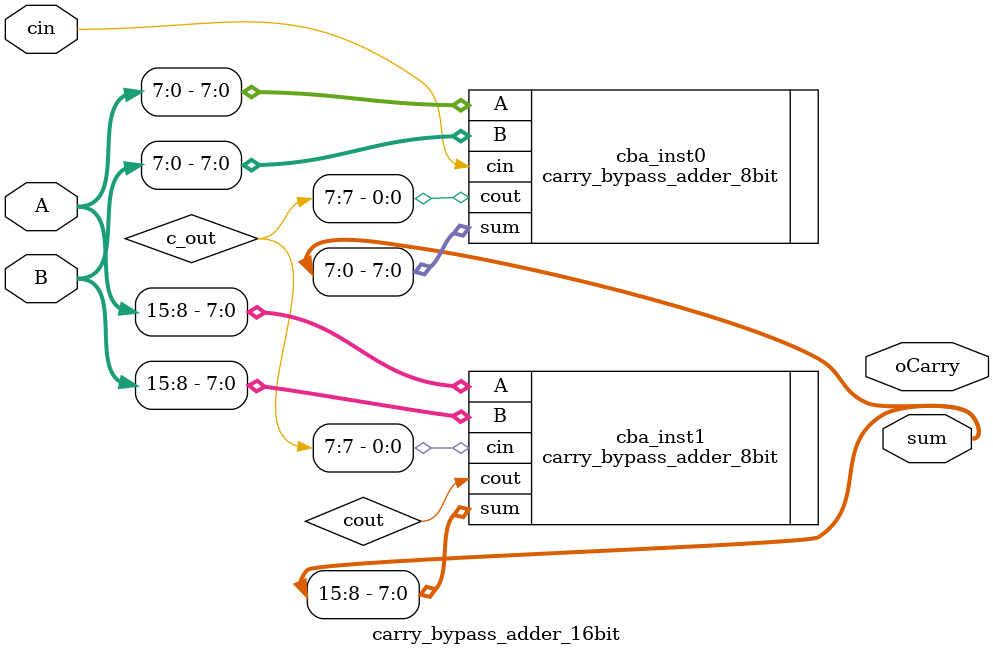
<source format=v>
`timescale 1ns / 1ps


module carry_bypass_adder_16bit(
    input [15:0] A,
    input [15:0] B,
    input cin,
    output [15:0] sum,
    output oCarry
);

wire [15:0] c_out;
wire [15:0] s_wire;

// Instantiate two 8-bit carry bypass adders
carry_bypass_adder_8bit cba_inst0 (
    .A(A[7:0]),
    .B(B[7:0]),
    .cin(cin),
    .sum(sum[7:0]),
    .cout(c_out[7])
);
carry_bypass_adder_8bit cba_inst1 (
    .A(A[15:8]),
    .B(B[15:8]),
    .cin(c_out[7]),
    .sum(sum[15:8]),
    .cout(cout)
);

endmodule


</source>
